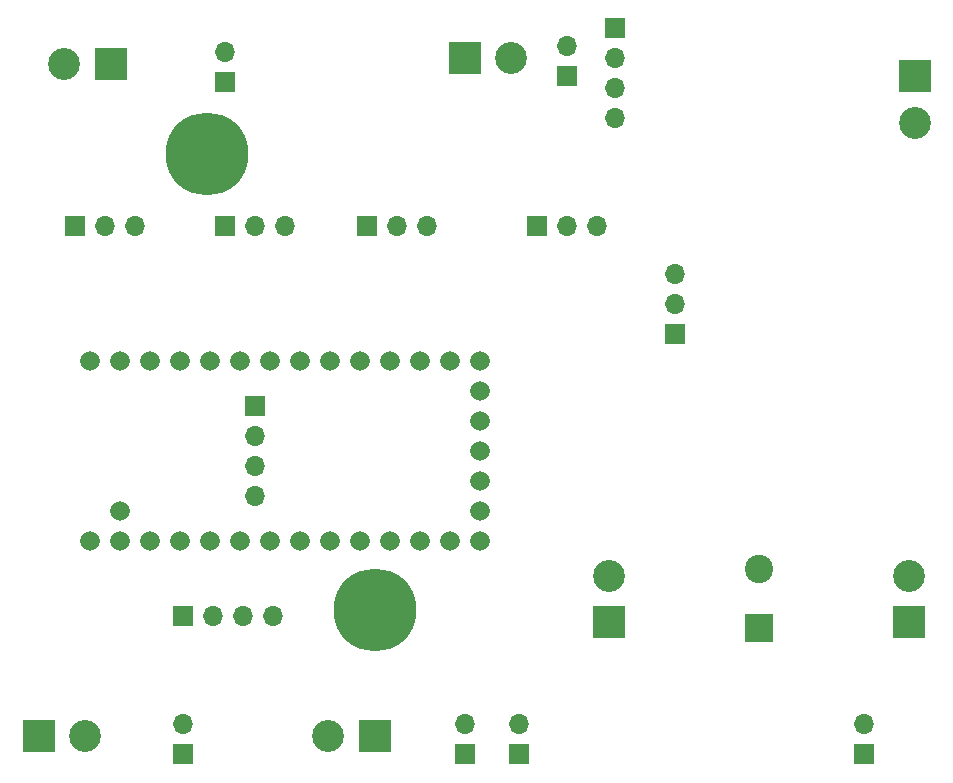
<source format=gtl>
%TF.GenerationSoftware,KiCad,Pcbnew,5.1.10-88a1d61d58~88~ubuntu18.04.1*%
%TF.CreationDate,2022-01-23T15:24:31+01:00*%
%TF.ProjectId,catbot_electronics_board,7061766c-6f76-45f6-9d69-6e695f656c65,rev?*%
%TF.SameCoordinates,Original*%
%TF.FileFunction,Copper,L1,Top*%
%TF.FilePolarity,Positive*%
%FSLAX46Y46*%
G04 Gerber Fmt 4.6, Leading zero omitted, Abs format (unit mm)*
G04 Created by KiCad (PCBNEW 5.1.10-88a1d61d58~88~ubuntu18.04.1) date 2022-01-23 15:24:31*
%MOMM*%
%LPD*%
G01*
G04 APERTURE LIST*
%TA.AperFunction,ComponentPad*%
%ADD10C,0.800000*%
%TD*%
%TA.AperFunction,ComponentPad*%
%ADD11C,7.000000*%
%TD*%
%TA.AperFunction,ComponentPad*%
%ADD12O,1.700000X1.700000*%
%TD*%
%TA.AperFunction,ComponentPad*%
%ADD13R,1.700000X1.700000*%
%TD*%
%TA.AperFunction,ComponentPad*%
%ADD14C,2.700000*%
%TD*%
%TA.AperFunction,ComponentPad*%
%ADD15R,2.700000X2.700000*%
%TD*%
%TA.AperFunction,ComponentPad*%
%ADD16C,1.665000*%
%TD*%
%TA.AperFunction,ComponentPad*%
%ADD17C,2.400000*%
%TD*%
%TA.AperFunction,ComponentPad*%
%ADD18R,2.400000X2.400000*%
%TD*%
G04 APERTURE END LIST*
D10*
%TO.P,REF\u002A\u002A,1*%
%TO.N,N/C*%
X48084155Y-65864155D03*
X46228000Y-66633000D03*
X44371845Y-65864155D03*
X43603000Y-64008000D03*
X44371845Y-62151845D03*
X46228000Y-61383000D03*
X48084155Y-62151845D03*
X48853000Y-64008000D03*
D11*
X46228000Y-64008000D03*
%TD*%
D10*
%TO.P,REF\u002A\u002A,1*%
%TO.N,N/C*%
X33860155Y-27256155D03*
X32004000Y-28025000D03*
X30147845Y-27256155D03*
X29379000Y-25400000D03*
X30147845Y-23543845D03*
X32004000Y-22775000D03*
X33860155Y-23543845D03*
X34629000Y-25400000D03*
D11*
X32004000Y-25400000D03*
%TD*%
D12*
%TO.P,J6,3*%
%TO.N,Net-(IC1-Pad13)*%
X65024000Y-31496000D03*
%TO.P,J6,2*%
%TO.N,Net-(IC1-Pad12)*%
X62484000Y-31496000D03*
D13*
%TO.P,J6,1*%
%TO.N,Net-(IC1-Pad11)*%
X59944000Y-31496000D03*
%TD*%
D12*
%TO.P,J12,4*%
%TO.N,VCC*%
X66548000Y-22352000D03*
%TO.P,J12,3*%
%TO.N,GND*%
X66548000Y-19812000D03*
%TO.P,J12,2*%
X66548000Y-17272000D03*
D13*
%TO.P,J12,1*%
%TO.N,+5V*%
X66548000Y-14732000D03*
%TD*%
D12*
%TO.P,J20,2*%
%TO.N,GND*%
X62484000Y-16256000D03*
D13*
%TO.P,J20,1*%
%TO.N,+3V3*%
X62484000Y-18796000D03*
%TD*%
D14*
%TO.P,J16,2*%
%TO.N,GND*%
X91948000Y-22756000D03*
D15*
%TO.P,J16,1*%
%TO.N,+5V*%
X91948000Y-18796000D03*
%TD*%
D16*
%TO.P,IC1,34*%
%TO.N,GND*%
X24638000Y-55626000D03*
%TO.P,IC1,33*%
%TO.N,Net-(IC1-Pad33)*%
X22098000Y-58166000D03*
%TO.P,IC1,32*%
%TO.N,GND*%
X24638000Y-58166000D03*
%TO.P,IC1,31*%
%TO.N,Net-(IC1-Pad31)*%
X27178000Y-58166000D03*
%TO.P,IC1,30*%
%TO.N,Net-(IC1-Pad30)*%
X29718000Y-58166000D03*
%TO.P,IC1,29*%
%TO.N,Net-(IC1-Pad29)*%
X32258000Y-58166000D03*
%TO.P,IC1,28*%
%TO.N,Net-(IC1-Pad28)*%
X34798000Y-58166000D03*
%TO.P,IC1,27*%
%TO.N,Net-(IC1-Pad27)*%
X37338000Y-58166000D03*
%TO.P,IC1,26*%
%TO.N,Net-(IC1-Pad26)*%
X39878000Y-58166000D03*
%TO.P,IC1,25*%
%TO.N,Net-(IC1-Pad25)*%
X42418000Y-58166000D03*
%TO.P,IC1,24*%
%TO.N,Net-(IC1-Pad24)*%
X44958000Y-58166000D03*
%TO.P,IC1,23*%
%TO.N,Net-(IC1-Pad23)*%
X47498000Y-58166000D03*
%TO.P,IC1,22*%
%TO.N,Net-(IC1-Pad22)*%
X50038000Y-58166000D03*
%TO.P,IC1,21*%
%TO.N,Net-(IC1-Pad21)*%
X52578000Y-58166000D03*
%TO.P,IC1,20*%
%TO.N,Net-(IC1-Pad20)*%
X55118000Y-58166000D03*
%TO.P,IC1,19*%
%TO.N,Net-(IC1-Pad19)*%
X55118000Y-55626000D03*
%TO.P,IC1,18*%
%TO.N,Net-(IC1-Pad18)*%
X55118000Y-53086000D03*
%TO.P,IC1,17*%
%TO.N,GND*%
X55118000Y-50546000D03*
%TO.P,IC1,16*%
%TO.N,Net-(IC1-Pad16)*%
X55118000Y-48006000D03*
%TO.P,IC1,15*%
%TO.N,Net-(IC1-Pad15)*%
X55118000Y-45466000D03*
%TO.P,IC1,14*%
%TO.N,Net-(IC1-Pad14)*%
X55118000Y-42926000D03*
%TO.P,IC1,13*%
%TO.N,Net-(IC1-Pad13)*%
X52578000Y-42926000D03*
%TO.P,IC1,12*%
%TO.N,Net-(IC1-Pad12)*%
X50038000Y-42926000D03*
%TO.P,IC1,11*%
%TO.N,Net-(IC1-Pad11)*%
X47498000Y-42926000D03*
%TO.P,IC1,10*%
%TO.N,Net-(IC1-Pad10)*%
X44958000Y-42926000D03*
%TO.P,IC1,9*%
%TO.N,Net-(IC1-Pad9)*%
X42418000Y-42926000D03*
%TO.P,IC1,8*%
%TO.N,Net-(IC1-Pad8)*%
X39878000Y-42926000D03*
%TO.P,IC1,7*%
%TO.N,Net-(IC1-Pad7)*%
X37338000Y-42926000D03*
%TO.P,IC1,6*%
%TO.N,Net-(IC1-Pad6)*%
X34798000Y-42926000D03*
%TO.P,IC1,5*%
%TO.N,Net-(IC1-Pad5)*%
X32258000Y-42926000D03*
%TO.P,IC1,4*%
%TO.N,Net-(IC1-Pad4)*%
X29718000Y-42926000D03*
%TO.P,IC1,3*%
%TO.N,Net-(IC1-Pad3)*%
X27178000Y-42926000D03*
%TO.P,IC1,2*%
%TO.N,Net-(IC1-Pad2)*%
X24638000Y-42926000D03*
%TO.P,IC1,1*%
%TO.N,GND*%
X22098000Y-42926000D03*
%TD*%
D14*
%TO.P,J9,2*%
%TO.N,GND*%
X57808000Y-17272000D03*
D15*
%TO.P,J9,1*%
%TO.N,+7.5V*%
X53848000Y-17272000D03*
%TD*%
D12*
%TO.P,J5,3*%
%TO.N,Net-(IC1-Pad10)*%
X50673000Y-31496000D03*
%TO.P,J5,2*%
%TO.N,Net-(IC1-Pad9)*%
X48133000Y-31496000D03*
D13*
%TO.P,J5,1*%
%TO.N,Net-(IC1-Pad8)*%
X45593000Y-31496000D03*
%TD*%
D12*
%TO.P,J10,3*%
%TO.N,GND*%
X71628000Y-35560000D03*
%TO.P,J10,2*%
%TO.N,+3V3*%
X71628000Y-38100000D03*
D13*
%TO.P,J10,1*%
%TO.N,Net-(IC1-Pad21)*%
X71628000Y-40640000D03*
%TD*%
%TO.P,J13,3*%
%TO.N,VCC*%
X87630000Y-76200000D03*
D12*
%TO.P,J13,4*%
%TO.N,GND*%
X87630000Y-73660000D03*
%TO.P,J13,2*%
X58420000Y-73660000D03*
D13*
%TO.P,J13,1*%
%TO.N,+3V3*%
X58420000Y-76200000D03*
%TD*%
D12*
%TO.P,J19,2*%
%TO.N,GND*%
X33528000Y-16764000D03*
D13*
%TO.P,J19,1*%
%TO.N,+3V3*%
X33528000Y-19304000D03*
%TD*%
D12*
%TO.P,J18,2*%
%TO.N,GND*%
X53848000Y-73660000D03*
D13*
%TO.P,J18,1*%
%TO.N,+3V3*%
X53848000Y-76200000D03*
%TD*%
D12*
%TO.P,J17,2*%
%TO.N,GND*%
X29972000Y-73660000D03*
D13*
%TO.P,J17,1*%
%TO.N,+3V3*%
X29972000Y-76200000D03*
%TD*%
D14*
%TO.P,J15,2*%
%TO.N,GND*%
X19916000Y-17780000D03*
D15*
%TO.P,J15,1*%
%TO.N,+7.5V*%
X23876000Y-17780000D03*
%TD*%
D14*
%TO.P,J14,2*%
%TO.N,GND*%
X66040000Y-61064000D03*
D15*
%TO.P,J14,1*%
%TO.N,VCC*%
X66040000Y-65024000D03*
%TD*%
D12*
%TO.P,J11,4*%
%TO.N,Net-(IC1-Pad27)*%
X37592000Y-64516000D03*
%TO.P,J11,3*%
%TO.N,Net-(IC1-Pad28)*%
X35052000Y-64516000D03*
%TO.P,J11,2*%
%TO.N,Net-(IC1-Pad29)*%
X32512000Y-64516000D03*
D13*
%TO.P,J11,1*%
%TO.N,Net-(IC1-Pad30)*%
X29972000Y-64516000D03*
%TD*%
D14*
%TO.P,J8,2*%
%TO.N,GND*%
X21740000Y-74676000D03*
D15*
%TO.P,J8,1*%
%TO.N,+7.5V*%
X17780000Y-74676000D03*
%TD*%
D12*
%TO.P,J7,3*%
%TO.N,Net-(IC1-Pad7)*%
X38608000Y-31496000D03*
%TO.P,J7,2*%
%TO.N,Net-(IC1-Pad6)*%
X36068000Y-31496000D03*
D13*
%TO.P,J7,1*%
%TO.N,Net-(IC1-Pad5)*%
X33528000Y-31496000D03*
%TD*%
D12*
%TO.P,J4,3*%
%TO.N,Net-(IC1-Pad4)*%
X25908000Y-31496000D03*
%TO.P,J4,2*%
%TO.N,Net-(IC1-Pad3)*%
X23368000Y-31496000D03*
D13*
%TO.P,J4,1*%
%TO.N,Net-(IC1-Pad2)*%
X20828000Y-31496000D03*
%TD*%
D14*
%TO.P,J3,2*%
%TO.N,GND*%
X42268000Y-74676000D03*
D15*
%TO.P,J3,1*%
%TO.N,+7.5V*%
X46228000Y-74676000D03*
%TD*%
D14*
%TO.P,J2,2*%
%TO.N,GND*%
X91440000Y-61064000D03*
D15*
%TO.P,J2,1*%
%TO.N,+7.5V*%
X91440000Y-65024000D03*
%TD*%
D12*
%TO.P,J1,4*%
%TO.N,GND*%
X36068000Y-54356000D03*
%TO.P,J1,3*%
%TO.N,Net-(IC1-Pad26)*%
X36068000Y-51816000D03*
%TO.P,J1,2*%
%TO.N,Net-(IC1-Pad25)*%
X36068000Y-49276000D03*
D13*
%TO.P,J1,1*%
%TO.N,Net-(IC1-Pad16)*%
X36068000Y-46736000D03*
%TD*%
D17*
%TO.P,C1,2*%
%TO.N,GND*%
X78740000Y-60532000D03*
D18*
%TO.P,C1,1*%
%TO.N,VCC*%
X78740000Y-65532000D03*
%TD*%
M02*

</source>
